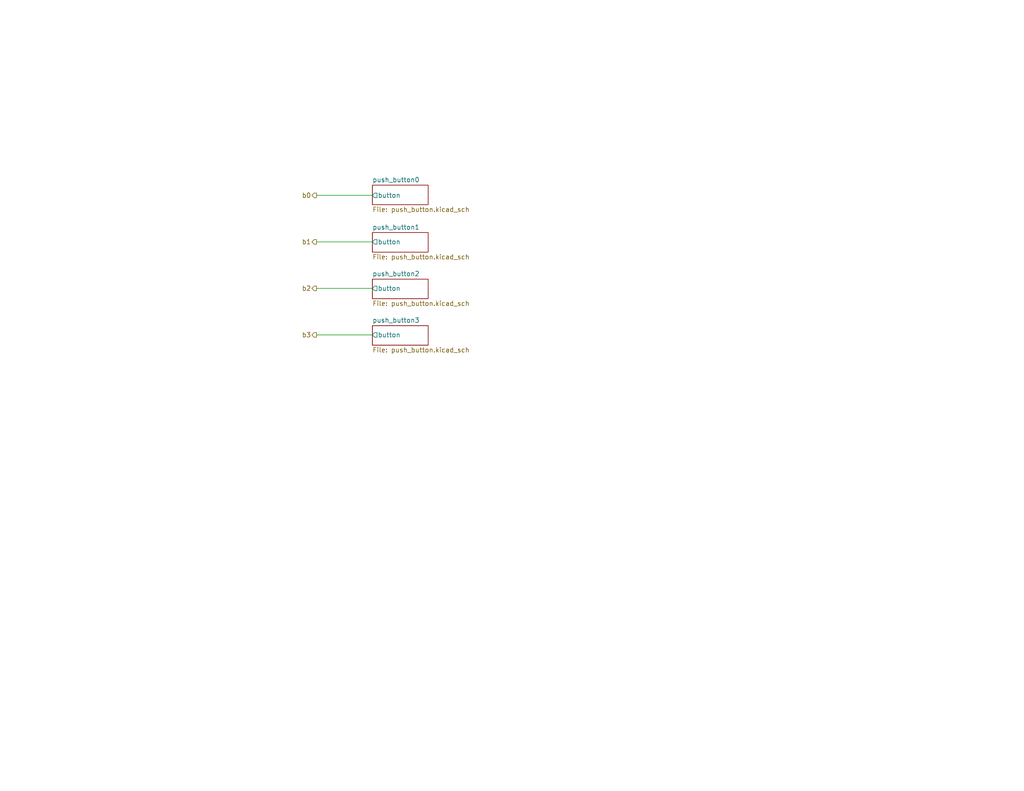
<source format=kicad_sch>
(kicad_sch
	(version 20250114)
	(generator "eeschema")
	(generator_version "9.0")
	(uuid "c796f593-42bb-4937-84be-1baaa782a9c7")
	(paper "USLetter")
	(lib_symbols)
	(wire
		(pts
			(xy 86.36 78.74) (xy 101.6 78.74)
		)
		(stroke
			(width 0)
			(type default)
		)
		(uuid "a22a7e8e-8189-4117-af1c-cb136717ffd1")
	)
	(wire
		(pts
			(xy 86.36 53.34) (xy 101.6 53.34)
		)
		(stroke
			(width 0)
			(type default)
		)
		(uuid "a8c51700-162a-4a62-a0ce-2ae02e6d9a2d")
	)
	(wire
		(pts
			(xy 86.36 91.44) (xy 101.6 91.44)
		)
		(stroke
			(width 0)
			(type default)
		)
		(uuid "d098b011-9a48-41ae-870b-33be5c7580a3")
	)
	(wire
		(pts
			(xy 86.36 66.04) (xy 101.6 66.04)
		)
		(stroke
			(width 0)
			(type default)
		)
		(uuid "e44757b6-7a9d-445f-95b2-09030db07bbb")
	)
	(hierarchical_label "b3"
		(shape output)
		(at 86.36 91.44 180)
		(effects
			(font
				(size 1.27 1.27)
			)
			(justify right)
		)
		(uuid "071ed3a4-311f-4b6a-b5a5-868f83670e3e")
	)
	(hierarchical_label "b1"
		(shape output)
		(at 86.36 66.04 180)
		(effects
			(font
				(size 1.27 1.27)
			)
			(justify right)
		)
		(uuid "6504839b-2112-4ee0-ba0f-2a36331ebe4d")
	)
	(hierarchical_label "b0"
		(shape output)
		(at 86.36 53.34 180)
		(effects
			(font
				(size 1.27 1.27)
			)
			(justify right)
		)
		(uuid "9767c42c-5278-4437-a18b-b2e2c3349b44")
	)
	(hierarchical_label "b2"
		(shape output)
		(at 86.36 78.74 180)
		(effects
			(font
				(size 1.27 1.27)
			)
			(justify right)
		)
		(uuid "d3610b33-a8a0-48f6-822c-54d0c01279d9")
	)
	(sheet
		(at 101.6 88.9)
		(size 15.24 5.334)
		(exclude_from_sim no)
		(in_bom yes)
		(on_board yes)
		(dnp no)
		(fields_autoplaced yes)
		(stroke
			(width 0.1524)
			(type solid)
		)
		(fill
			(color 0 0 0 0.0000)
		)
		(uuid "24a8338b-fb82-43a9-ae41-dcc72e9f018c")
		(property "Sheetname" "push_button3"
			(at 101.6 88.1884 0)
			(effects
				(font
					(size 1.27 1.27)
				)
				(justify left bottom)
			)
		)
		(property "Sheetfile" "push_button.kicad_sch"
			(at 101.6 94.8186 0)
			(effects
				(font
					(size 1.27 1.27)
				)
				(justify left top)
			)
		)
		(property "Field2" ""
			(at 101.6 88.9 0)
			(effects
				(font
					(size 1.27 1.27)
				)
			)
		)
		(pin "button" output
			(at 101.6 91.44 180)
			(uuid "c8d10a28-491c-4395-bd0f-7d5e27ff1ce3")
			(effects
				(font
					(size 1.27 1.27)
				)
				(justify left)
			)
		)
		(instances
			(project "maguro"
				(path "/64a35719-70ce-4bea-be36-7f0da599755f/20c5ed67-6910-4ba2-8464-b4120df21222"
					(page "5")
				)
				(path "/64a35719-70ce-4bea-be36-7f0da599755f/995845ba-43ed-4600-80e1-7adcb6e1246a"
					(page "11")
				)
			)
		)
	)
	(sheet
		(at 101.6 63.5)
		(size 15.24 5.334)
		(exclude_from_sim no)
		(in_bom yes)
		(on_board yes)
		(dnp no)
		(fields_autoplaced yes)
		(stroke
			(width 0.1524)
			(type solid)
		)
		(fill
			(color 0 0 0 0.0000)
		)
		(uuid "4cc69544-d583-486c-8826-0c2e5bb61a42")
		(property "Sheetname" "push_button1"
			(at 101.6 62.7884 0)
			(effects
				(font
					(size 1.27 1.27)
				)
				(justify left bottom)
			)
		)
		(property "Sheetfile" "push_button.kicad_sch"
			(at 101.6 69.4186 0)
			(effects
				(font
					(size 1.27 1.27)
				)
				(justify left top)
			)
		)
		(property "Field2" ""
			(at 101.6 63.5 0)
			(effects
				(font
					(size 1.27 1.27)
				)
			)
		)
		(pin "button" output
			(at 101.6 66.04 180)
			(uuid "fa4baffc-c098-4469-a0f4-9c2e4c80bb14")
			(effects
				(font
					(size 1.27 1.27)
				)
				(justify left)
			)
		)
		(instances
			(project "maguro"
				(path "/64a35719-70ce-4bea-be36-7f0da599755f/20c5ed67-6910-4ba2-8464-b4120df21222"
					(page "4")
				)
				(path "/64a35719-70ce-4bea-be36-7f0da599755f/995845ba-43ed-4600-80e1-7adcb6e1246a"
					(page "9")
				)
			)
		)
	)
	(sheet
		(at 101.6 50.546)
		(size 15.24 5.334)
		(exclude_from_sim no)
		(in_bom yes)
		(on_board yes)
		(dnp no)
		(fields_autoplaced yes)
		(stroke
			(width 0.1524)
			(type solid)
		)
		(fill
			(color 0 0 0 0.0000)
		)
		(uuid "820622a1-5752-4149-92ca-3e5287ca62a3")
		(property "Sheetname" "push_button0"
			(at 101.6 49.8344 0)
			(effects
				(font
					(size 1.27 1.27)
				)
				(justify left bottom)
			)
		)
		(property "Sheetfile" "push_button.kicad_sch"
			(at 101.6 56.4646 0)
			(effects
				(font
					(size 1.27 1.27)
				)
				(justify left top)
			)
		)
		(property "Field2" ""
			(at 101.6 50.546 0)
			(effects
				(font
					(size 1.27 1.27)
				)
			)
		)
		(pin "button" output
			(at 101.6 53.34 180)
			(uuid "b7b3b2b3-b40d-452c-93ee-c22ce441f2cd")
			(effects
				(font
					(size 1.27 1.27)
				)
				(justify left)
			)
		)
		(instances
			(project "maguro"
				(path "/64a35719-70ce-4bea-be36-7f0da599755f/995845ba-43ed-4600-80e1-7adcb6e1246a"
					(page "8")
				)
				(path "/64a35719-70ce-4bea-be36-7f0da599755f/20c5ed67-6910-4ba2-8464-b4120df21222"
					(page "3")
				)
			)
		)
	)
	(sheet
		(at 101.6 76.2)
		(size 15.24 5.334)
		(exclude_from_sim no)
		(in_bom yes)
		(on_board yes)
		(dnp no)
		(fields_autoplaced yes)
		(stroke
			(width 0.1524)
			(type solid)
		)
		(fill
			(color 0 0 0 0.0000)
		)
		(uuid "e496385e-88d1-4dae-920f-084c7b0a282c")
		(property "Sheetname" "push_button2"
			(at 101.6 75.4884 0)
			(effects
				(font
					(size 1.27 1.27)
				)
				(justify left bottom)
			)
		)
		(property "Sheetfile" "push_button.kicad_sch"
			(at 101.6 82.1186 0)
			(effects
				(font
					(size 1.27 1.27)
				)
				(justify left top)
			)
		)
		(property "Field2" ""
			(at 101.6 76.2 0)
			(effects
				(font
					(size 1.27 1.27)
				)
			)
		)
		(pin "button" output
			(at 101.6 78.74 180)
			(uuid "e759226f-c5b7-417e-9e26-18ebd96cc235")
			(effects
				(font
					(size 1.27 1.27)
				)
				(justify left)
			)
		)
		(instances
			(project "maguro"
				(path "/64a35719-70ce-4bea-be36-7f0da599755f/20c5ed67-6910-4ba2-8464-b4120df21222"
					(page "6")
				)
				(path "/64a35719-70ce-4bea-be36-7f0da599755f/995845ba-43ed-4600-80e1-7adcb6e1246a"
					(page "10")
				)
			)
		)
	)
)

</source>
